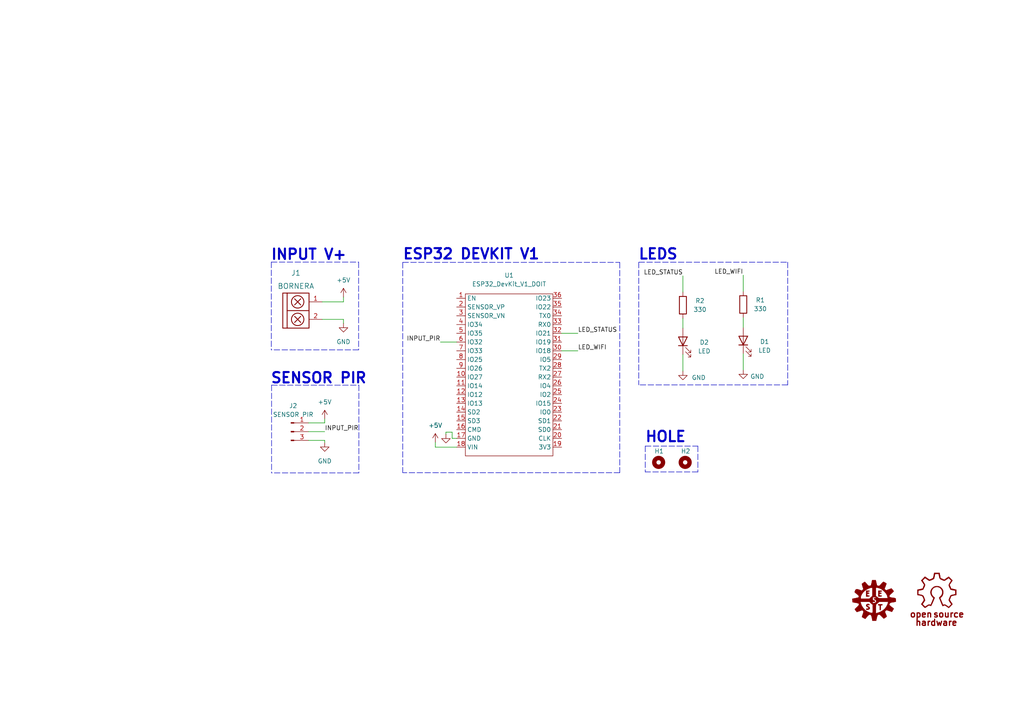
<source format=kicad_sch>
(kicad_sch (version 20230121) (generator eeschema)
  (paper "A4")
  (title_block (title "Alarma-WIFI") (date "2023-01-22") (rev "2.0") (company "E.E.S.T. N°5") (comment 1 "Autor: Dante Figueroa"))
  (lib_symbols
    (symbol "Connector:Conn_01x03_Male" (pin_names (offset 1.016) hide)
      (property "Reference" "J" (at 0 5.08 0))
      (property "Value" "Conn_01x03_Male" (at 0 -5.08 0))
      (symbol "Conn_01x03_Male_1_1"
        (polyline (pts (xy 1.27 -2.54) (xy 0.8636 -2.54)) (stroke (width 0.1524)))
        (polyline (pts (xy 1.27 0) (xy 0.8636 0)) (stroke (width 0.1524)))
        (polyline (pts (xy 1.27 2.54) (xy 0.8636 2.54)) (stroke (width 0.1524)))
        (rectangle (start 0.8636 -2.413) (end 0 -2.667) (stroke (width 0.1524)) (fill (type outline)))
        (rectangle (start 0.8636 0.127) (end 0 -0.127) (stroke (width 0.1524)) (fill (type outline)))
        (rectangle (start 0.8636 2.667) (end 0 2.413) (stroke (width 0.1524)) (fill (type outline)))
        (pin passive line (at 5.08 2.54 180) (length 3.81) (name "Pin_1") (number "1"))
        (pin passive line (at 5.08 0 180) (length 3.81) (name "Pin_2") (number "2"))
        (pin passive line (at 5.08 -2.54 180) (length 3.81) (name "Pin_3") (number "3"))
      )
    )
    (symbol "Device:LED" (pin_numbers hide) (pin_names (offset 1.016) hide)
      (property "Reference" "D" (at 0 2.54 0))
      (property "Value" "LED" (at 0 -2.54 0))
      (symbol "LED_0_1"
        (polyline (pts (xy -1.27 -1.27) (xy -1.27 1.27)) (stroke (width 0.254)))
        (polyline (pts (xy -1.27 0) (xy 1.27 0)))
        (polyline (pts (xy 1.27 -1.27) (xy 1.27 1.27) (xy -1.27 0) (xy 1.27 -1.27)) (stroke (width 0.254)))
        (polyline (pts (xy -3.048 -0.762) (xy -4.572 -2.286) (xy -3.81 -2.286) (xy -4.572 -2.286) (xy -4.572 -1.524)))
        (polyline (pts (xy -1.778 -0.762) (xy -3.302 -2.286) (xy -2.54 -2.286) (xy -3.302 -2.286) (xy -3.302 -1.524)))
      )
      (symbol "LED_1_1"
        (pin passive line (at -3.81 0 0) (length 2.54) (name "K") (number "1"))
        (pin passive line (at 3.81 0 180) (length 2.54) (name "A") (number "2"))
      )
    )
    (symbol "Device:R" (pin_numbers hide) (pin_names (offset 0))
      (property "Reference" "R" (at 2.032 0 90))
      (property "Value" "R" (at 0 0 90))
      (symbol "R_0_1"
        (rectangle (start -1.016 -2.54) (end 1.016 2.54) (stroke (width 0.254)))
      )
      (symbol "R_1_1"
        (pin passive line (at 0 3.81 270) (length 1.27) (name "~") (number "1"))
        (pin passive line (at 0 -3.81 90) (length 1.27) (name "~") (number "2"))
      )
    )
    (symbol "EESTN5-v2:ESP32_DevKit_V1_DOIT"
      (property "Reference" "U" (at -11.43 34.29 0))
      (property "Value" "ESP32_DevKit_V1_DOIT" (at 11.43 34.29 0))
      (symbol "ESP32_DevKit_V1_DOIT_0_0"
        (pin bidirectional line (at 15.24 25.4 180) (length 2.54) (name "TX0") (number "34"))
        (pin bidirectional line (at 15.24 27.94 180) (length 2.54) (name "IO22") (number "35"))
        (pin bidirectional line (at 15.24 30.48 180) (length 2.54) (name "IO23") (number "36"))
      )
      (symbol "ESP32_DevKit_V1_DOIT_0_1"
        (rectangle (start -12.7 31.75) (end 12.7 -15.24))
      )
      (symbol "ESP32_DevKit_V1_DOIT_1_1"
        (pin input line (at -15.24 30.48 0) (length 2.54) (name "EN") (number "1"))
        (pin bidirectional line (at -15.24 7.62 0) (length 2.54) (name "IO27") (number "10"))
        (pin bidirectional line (at -15.24 5.08 0) (length 2.54) (name "IO14") (number "11"))
        (pin bidirectional line (at -15.24 2.54 0) (length 2.54) (name "IO12") (number "12"))
        (pin bidirectional line (at -15.24 0 0) (length 2.54) (name "IO13") (number "13"))
        (pin bidirectional line (at -15.24 -2.54 0) (length 2.54) (name "SD2") (number "14"))
        (pin bidirectional line (at -15.24 -5.08 0) (length 2.54) (name "SD3") (number "15"))
        (pin bidirectional line (at -15.24 -7.62 0) (length 2.54) (name "CMD") (number "16"))
        (pin power_in line (at -15.24 -10.16 0) (length 2.54) (name "GND") (number "17"))
        (pin power_in line (at -15.24 -12.7 0) (length 2.54) (name "VIN") (number "18"))
        (pin power_in line (at 15.24 -12.7 180) (length 2.54) (name "3V3") (number "19"))
        (pin input line (at -15.24 27.94 0) (length 2.54) (name "SENSOR_VP") (number "2"))
        (pin bidirectional line (at 15.24 -10.16 180) (length 2.54) (name "CLK") (number "20"))
        (pin bidirectional line (at 15.24 -7.62 180) (length 2.54) (name "SD0") (number "21"))
        (pin bidirectional line (at 15.24 -5.08 180) (length 2.54) (name "SD1") (number "22"))
        (pin bidirectional line (at 15.24 -2.54 180) (length 2.54) (name "IO0") (number "23"))
        (pin bidirectional line (at 15.24 0 180) (length 2.54) (name "IO15") (number "24"))
        (pin bidirectional line (at 15.24 2.54 180) (length 2.54) (name "IO2") (number "25"))
        (pin bidirectional line (at 15.24 5.08 180) (length 2.54) (name "IO4") (number "26"))
        (pin bidirectional line (at 15.24 7.62 180) (length 2.54) (name "RX2") (number "27"))
        (pin bidirectional line (at 15.24 10.16 180) (length 2.54) (name "TX2") (number "28"))
        (pin bidirectional line (at 15.24 12.7 180) (length 2.54) (name "IO5") (number "29"))
        (pin input line (at -15.24 25.4 0) (length 2.54) (name "SENSOR_VN") (number "3"))
        (pin bidirectional line (at 15.24 15.24 180) (length 2.54) (name "IO18") (number "30"))
        (pin bidirectional line (at 15.24 17.78 180) (length 2.54) (name "IO19") (number "31"))
        (pin bidirectional line (at 15.24 20.32 180) (length 2.54) (name "IO21") (number "32"))
        (pin bidirectional line (at 15.24 22.86 180) (length 2.54) (name "RX0") (number "33"))
        (pin input line (at -15.24 22.86 0) (length 2.54) (name "IO34") (number "4"))
        (pin input line (at -15.24 20.32 0) (length 2.54) (name "IO35") (number "5"))
        (pin bidirectional line (at -15.24 17.78 0) (length 2.54) (name "IO32") (number "6"))
        (pin bidirectional line (at -15.24 15.24 0) (length 2.54) (name "IO33") (number "7"))
        (pin bidirectional line (at -15.24 12.7 0) (length 2.54) (name "IO25") (number "8"))
        (pin bidirectional line (at -15.24 10.16 0) (length 2.54) (name "IO26") (number "9"))
      )
    )
    (symbol "EESTN5-v2:TB_1X2" (pin_names (offset 1.016))
      (property "Reference" "J" (at 0 7.62 0))
      (property "Value" "TB_1X2" (at 1.27 -7.62 0))
      (symbol "TB_1X2_0_1"
        (rectangle (start -2.54 5.08) (end 5.08 -5.08) (stroke (width 0.254)))
        (polyline (pts (xy -1.27 0) (xy 5.08 0)) (stroke (width 0.254)))
        (polyline (pts (xy -1.27 5.08) (xy -1.27 -5.08)) (stroke (width 0.254)))
        (polyline (pts (xy 0.889 -3.429) (xy 2.667 -1.651)) (stroke (width 0.254)))
        (polyline (pts (xy 0.889 -1.651) (xy 2.667 -3.429)) (stroke (width 0.254)))
        (polyline (pts (xy 0.889 1.651) (xy 2.667 3.429)) (stroke (width 0.254)))
        (polyline (pts (xy 0.889 3.429) (xy 2.667 1.651)) (stroke (width 0.254)))
        (circle (center 1.778 -2.54) (radius 1.8034) (stroke (width 0.254)))
        (circle (center 1.778 2.54) (radius 1.8034) (stroke (width 0.254)))
      )
      (symbol "TB_1X2_1_1"
        (pin input line (at 8.89 2.54 180) (length 3.81) (name "~") (number "1"))
        (pin input line (at 8.89 -2.54 180) (length 3.81) (name "~") (number "2"))
      )
    )
    (symbol "EESTN5:LOGO_ROTULO" (pin_names (offset 1.016))
      (symbol "LOGO_ROTULO_0_0"
        (polyline (pts (xy 1.8034 -2.921) (xy 1.8796 -2.8194) (xy 1.905 -2.6162) (xy 1.9304 -2.2352) (xy 1.9304 -1.7272) (xy 1.9558 -1.5748) (xy 2.032 -1.524) (xy 2.1844 -1.524) (xy 2.3368 -1.4732) (xy 2.4384 -1.3716) (xy 2.413 -1.3208) (xy 2.3368 -1.2446) (xy 2.1336 -1.2192) (xy 1.2954 -1.2192) (xy 1.143 -1.27) (xy 1.1176 -1.3716) (xy 1.143 -1.4478) (xy 1.3716 -1.524) (xy 1.4224 -1.524) (xy 1.524 -1.5494) (xy 1.5748 -1.6256) (xy 1.6002 -1.8542) (xy 1.6256 -2.2352) (xy 1.6256 -2.7432) (xy 1.6764 -2.8956) (xy 1.778 -2.9464) (xy 1.8034 -2.921)) (stroke (width 0.0254)) (fill (type outline)))
        (polyline (pts (xy -1.5748 1.0414) (xy -1.397 1.0922) (xy -1.3208 1.1684) (xy -1.3462 1.1938) (xy -1.4224 1.2954) (xy -1.6764 1.3208) (xy -1.905 1.3462) (xy -2.0066 1.4224) (xy -2.032 1.5748) (xy -2.032 1.7018) (xy -1.9558 1.8034) (xy -1.7272 1.8288) (xy -1.524 1.8796) (xy -1.4224 1.9812) (xy -1.4986 2.1082) (xy -1.7272 2.1336) (xy -1.9558 2.1844) (xy -2.032 2.286) (xy -2.032 2.3114) (xy -1.9558 2.413) (xy -1.6764 2.4384) (xy -1.651 2.4638) (xy -1.4224 2.4892) (xy -1.3208 2.5908) (xy -1.3716 2.6924) (xy -1.524 2.7432) (xy -2.3368 2.7432) (xy -2.3368 1.016) (xy -1.8288 1.016) (xy -1.5748 1.0414)) (stroke (width 0.0254)) (fill (type outline)))
        (polyline (pts (xy 1.9812 1.0414) (xy 2.159 1.0922) (xy 2.2352 1.1684) (xy 2.2098 1.1938) (xy 2.1336 1.2954) (xy 1.8796 1.3208) (xy 1.651 1.3462) (xy 1.5494 1.4224) (xy 1.524 1.5748) (xy 1.524 1.7018) (xy 1.6002 1.8034) (xy 1.8288 1.8288) (xy 2.032 1.8796) (xy 2.1336 1.9812) (xy 2.0574 2.1082) (xy 1.8288 2.1336) (xy 1.6002 2.1844) (xy 1.524 2.286) (xy 1.524 2.3114) (xy 1.6002 2.413) (xy 1.8796 2.4384) (xy 1.905 2.4638) (xy 2.1336 2.4892) (xy 2.2352 2.5908) (xy 2.1844 2.6924) (xy 2.032 2.7432) (xy 1.2192 2.7432) (xy 1.2192 1.016) (xy 1.7272 1.016) (xy 1.9812 1.0414)) (stroke (width 0.0254)) (fill (type outline)))
        (polyline (pts (xy -1.6256 -2.7686) (xy -1.4224 -2.667) (xy -1.27 -2.4892) (xy -1.2446 -2.2606) (xy -1.397 -2.0066) (xy -1.778 -1.778) (xy -1.905 -1.6764) (xy -2.032 -1.524) (xy -2.032 -1.4478) (xy -1.9304 -1.4224) (xy -1.4732 -1.4732) (xy -1.3716 -1.4478) (xy -1.3462 -1.3208) (xy -1.4732 -1.1684) (xy -1.7272 -1.1176) (xy -1.9812 -1.143) (xy -2.1844 -1.27) (xy -2.2606 -1.3208) (xy -2.3368 -1.5748) (xy -2.2352 -1.8288) (xy -1.9304 -2.032) (xy -1.6764 -2.2098) (xy -1.6002 -2.3368) (xy -1.6764 -2.4384) (xy -1.9558 -2.4638) (xy -1.9812 -2.4638) (xy -2.2606 -2.4892) (xy -2.3622 -2.6162) (xy -2.286 -2.7686) (xy -2.159 -2.8194) (xy -1.905 -2.8194) (xy -1.6256 -2.7686)) (stroke (width 0.0254)) (fill (type outline)))
        (polyline (pts (xy 0.762 -5.1816) (xy 0.8128 -4.953) (xy 0.9144 -4.6228) (xy 0.9906 -4.445) (xy 1.0922 -4.318) (xy 1.2446 -4.2418) (xy 1.3716 -4.2164) (xy 1.524 -4.2164) (xy 1.6764 -4.2926) (xy 1.8796 -4.4704) (xy 2.794 -5.3848) (xy 3.2258 -5.1054) (xy 3.3782 -5.0038) (xy 3.556 -4.8514) (xy 3.6576 -4.7498) (xy 3.6068 -4.6482) (xy 3.5306 -4.4196) (xy 3.4036 -4.0894) (xy 3.302 -3.8862) (xy 3.175 -3.5814) (xy 3.1496 -3.3782) (xy 3.2004 -3.2258) (xy 3.429 -2.9972) (xy 3.556 -2.9464) (xy 3.7084 -2.9718) (xy 3.9624 -3.0226) (xy 4.3688 -3.1496) (xy 5.1562 -3.429) (xy 5.4102 -2.9718) (xy 5.5118 -2.8194) (xy 5.6388 -2.5908) (xy 5.6896 -2.4892) (xy 5.6642 -2.4892) (xy 5.5626 -2.3622) (xy 5.3086 -2.1844) (xy 5.0038 -1.9558) (xy 4.6736 -1.6764) (xy 4.445 -1.4732) (xy 4.3942 -1.3208) (xy 4.4196 -1.27) (xy 4.4704 -1.0922) (xy 4.572 -0.9144) (xy 4.7752 -0.762) (xy 5.0292 -0.7112) (xy 5.1308 -0.6858) (xy 5.4356 -0.6604) (xy 5.7658 -0.5842) (xy 6.2992 -0.4826) (xy 6.2992 0.0254) (xy 6.2738 0.0508) (xy 6.2738 0.3048) (xy 6.223 0.4572) (xy 6.096 0.5588) (xy 5.842 0.6096) (xy 5.4356 0.6604) (xy 5.1054 0.7112) (xy 4.7752 0.7874) (xy 4.572 0.8382) (xy 4.4704 0.9398) (xy 4.4196 1.0922) (xy 4.4196 1.2446) (xy 4.5212 1.397) (xy 4.699 1.6256) (xy 5.0292 1.905) (xy 5.1562 2.0066) (xy 5.6134 2.4638) (xy 5.6642 2.54) (xy 5.6642 2.5908) (xy 5.5372 2.7686) (xy 5.334 2.9972) (xy 5.0292 3.3782) (xy 3.4544 2.8194) (xy 3.2258 3.0226) (xy 2.9972 3.2512) (xy 3.302 3.9878) (xy 3.3274 4.0894) (xy 3.4544 4.4196) (xy 3.556 4.6736) (xy 3.5814 4.7752) (xy 3.5052 4.8514) (xy 3.302 4.9784) (xy 3.048 5.1308) (xy 2.8448 5.2324) (xy 2.7178 5.2832) (xy 2.6924 5.2832) (xy 2.5908 5.2324) (xy 2.4384 5.1054) (xy 2.2098 4.8768) (xy 1.8796 4.4958) (xy 1.524 4.1402) (xy 1.3716 4.0894) (xy 1.143 4.1148) (xy 0.889 4.2164) (xy 0.7874 4.3434) (xy 0.7366 4.5974) (xy 0.635 5.0038) (xy 0.4572 5.7912) (xy -0.5842 5.7912) (xy -0.7112 5.1054) (xy -0.8128 4.699) (xy -0.889 4.4196) (xy -0.9652 4.2418) (xy -1.0922 4.1656) (xy -1.2954 4.1148) (xy -1.524 4.1148) (xy -1.6764 4.191) (xy -1.8796 4.3688) (xy -2.1336 4.6736) (xy -2.6924 5.2832) (xy -3.0988 5.0546) (xy -3.2258 4.953) (xy -3.4544 4.8006) (xy -3.556 4.6736) (xy -3.5306 4.5212) (xy -3.4544 4.2164) (xy -3.3528 3.8608) (xy -3.1242 3.175) (xy -3.3528 2.9464) (xy -3.556 2.7178) (xy -4.0386 2.8956) (xy -4.572 3.0734) (xy -4.9022 3.1496) (xy -5.0546 3.1496) (xy -5.2324 3.1242) (xy -5.3594 3.0226) (xy -5.5118 2.7432) (xy -5.5626 2.6162) (xy -5.6388 2.3876) (xy -5.6388 2.2606) (xy -5.5118 2.1336) (xy -5.2832 1.9558) (xy -4.9784 1.7018) (xy -4.7752 1.524) (xy -4.5466 1.3208) (xy -4.4704 1.143) (xy -4.445 0.9906) (xy -4.4704 0.889) (xy -4.5212 0.8128) (xy -4.6228 0.7366) (xy -4.826 0.6858) (xy -5.1562 0.6096) (xy -5.6388 0.508) (xy -6.1722 0.4064) (xy -3.8608 0.4064) (xy -3.8608 0.7874) (xy -3.8354 1.1176) (xy -3.6068 1.6256) (xy -3.2512 2.159) (xy -2.7686 2.6416) (xy -2.6416 2.7432) (xy -2.159 3.048) (xy -1.651 3.3274) (xy -1.1684 3.5052) (xy -0.762 3.556) (xy -0.508 3.556) (xy -0.508 1.1938) (xy -0.5588 1.143) (xy 0.508 1.143) (xy 0.508 3.429) (xy 0.5588 3.5814) (xy 0.6096 3.6322) (xy 0.6858 3.6322) (xy 0.9144 3.5814) (xy 1.1938 3.5052) (xy 1.3462 3.4798) (xy 1.9304 3.2512) (xy 2.4892 2.8702) (xy 2.9972 2.413) (xy 3.429 1.905) (xy 3.7338 1.3716) (xy 3.8608 0.8636) (xy 3.9116 0.5588) (xy 2.5654 0.5334) (xy 2.0066 0.5334) (xy 1.5748 0.5588) (xy 1.2954 0.5842) (xy 1.2192 0.6096) (xy 1.0668 0.762) (xy 0.8636 0.9144) (xy 0.508 1.143) (xy -0.5588 1.143) (xy -0.9398 0.8128) (xy -1.3716 0.4064) (xy -3.8608 0.4064) (xy -6.1722 0.4064) (xy -6.3246 0.381) (xy -6.2992 -0.127) (xy -6.2738 -0.508) (xy -3.9878 -0.508) (xy -1.3208 -0.508) (xy -1.1938 -0.6604) (xy -0.508 -0.6604) (xy -0.4318 -0.5588) (xy -0.127 -0.5334) (xy 0.0762 -0.5334) (xy 0.2032 -0.4826) (xy 0.254 -0.3556) (xy 0.2286 -0.2794) (xy 0.1524 -0.1524) (xy -0.0762 -0.1016) (xy -0.2032 -0.1016) (xy -0.3556 -0.0508) (xy -0.4064 0.1016) (xy -0.4064 0.8128) (xy 0.2286 0.8128) (xy 0.4318 0.762) (xy 0.508 0.6604) (xy 0.4318 0.5588) (xy 0.2032 0.508) (xy 0 0.4826) (xy -0.1016 0.4064) (xy -0.0254 0.2794) (xy 0.2286 0.1524) (xy 0.3556 0.127) (xy 0.508 -0.0254) (xy 0.5842 -0.254) (xy 0.5842 -0.2794) (xy 0.5588 -0.5588) (xy 0.381 -0.7366) (xy 0.3302 -0.762) (xy 0.0508 -0.8636) (xy -0.2286 -0.889) (xy -0.4318 -0.8128) (xy -0.508 -0.6604) (xy -1.1938 -0.6604) (xy -1.016 -0.8636) (xy -0.9144 -0.9652) (xy -0.7112 -1.143) (xy -0.5588 -1.2192) (xy -0.508 -1.2192) (xy -0.4572 -1.3462) (xy -0.4318 -1.5494) (xy -0.4318 -1.9304) (xy -0.4318 -2.032) (xy 0.508 -2.032) (xy 0.5334 -1.5748) (xy 0.5588 -1.2954) (xy 0.5842 -1.2192) (xy 0.6604 -1.1938) (xy 0.8382 -1.0414) (xy 1.0922 -0.8636) (xy 1.4732 -0.508) (xy 4.064 -0.508) (xy 3.9878 -0.8382) (xy 3.9878 -0.889) (xy 3.81 -1.3462) (xy 3.556 -1.8542) (xy 3.2258 -2.3368) (xy 2.921 -2.667) (xy 2.6924 -2.8448) (xy 2.3114 -3.1242) (xy 1.9304 -3.3274) (xy 1.6256 -3.4798) (xy 1.2192 -3.6322) (xy 0.9144 -3.7338) (xy 0.508 -3.8354) (xy 0.508 -2.032) (xy -0.4318 -2.032) (xy -0.4064 -2.4892) (xy -0.4064 -2.8448) (xy -0.4318 -3.302) (xy -0.4572 -3.5814) (xy -0.5588 -3.7084) (xy -0.7366 -3.7592) (xy -0.9906 -3.683) (xy -1.3716 -3.5814) (xy -1.9304 -3.3528) (xy -2.6162 -2.8956) (xy -3.175 -2.286) (xy -3.6322 -1.5748) (xy -3.9116 -0.7874) (xy -3.9878 -0.508) (xy -6.2738 -0.508) (xy -6.2484 -0.635) (xy -5.3848 -0.7874) (xy -5.0546 -0.8382) (xy -4.7498 -0.9144) (xy -4.572 -0.9652) (xy -4.4704 -1.0668) (xy -4.4196 -1.1938) (xy -4.4196 -1.3716) (xy -4.4958 -1.524) (xy -4.6736 -1.7272) (xy -4.9784 -2.032) (xy -5.08 -2.1082) (xy -5.5372 -2.5654) (xy -5.6134 -2.6924) (xy -5.588 -2.7178) (xy -5.4864 -2.8956) (xy -5.3086 -3.1242) (xy -5.0292 -3.4798) (xy -4.2164 -3.2004) (xy -3.8608 -3.0734) (xy -3.6068 -2.9972) (xy -3.429 -2.9972) (xy -3.3274 -3.0226) (xy -3.2258 -3.1242) (xy -3.1496 -3.2258) (xy -3.0988 -3.3274) (xy -3.0988 -3.4798) (xy -3.175 -3.7084) (xy -3.302 -4.1148) (xy -3.3528 -4.2418) (xy -3.4544 -4.572) (xy -3.5306 -4.826) (xy -3.5306 -4.9276) (xy -3.5052 -4.953) (xy -3.302 -5.0546) (xy -3.048 -5.207) (xy -2.5654 -5.461) (xy -2.0574 -4.826) (xy -1.7526 -4.4958) (xy -1.524 -4.318) (xy -1.3462 -4.2418) (xy -1.1684 -4.2418) (xy -1.016 -4.2926) (xy -0.9144 -4.3942) (xy -0.8128 -4.5974) (xy -0.7112 -4.9276) (xy -0.6096 -5.4102) (xy -0.508 -5.9944) (xy 0.5842 -5.9944) (xy 0.762 -5.1816)) (stroke (width 0.0254)) (fill (type outline)))
      )
    )
    (symbol "EESTN5:OSHWA" (pin_names (offset 1.016))
      (symbol "OSHWA_0_0"
        (polyline (pts (xy 5.7912 2.667) (xy 5.5372 2.7178) (xy 5.4864 2.7432) (xy 5.4864 1.8796) (xy 5.4864 1.8288) (xy 5.4864 1.6002) (xy 5.4864 1.4732) (xy 5.4102 1.3716) (xy 5.2832 1.3208) (xy 5.0038 1.27) (xy 4.6228 1.1938) (xy 4.572 1.1684) (xy 4.318 1.1176) (xy 4.1656 1.0414) (xy 4.0386 0.889) (xy 3.937 0.6604) (xy 3.8354 0.4064) (xy 3.683 0.0762) (xy 3.6068 -0.1778) (xy 3.5814 -0.3556) (xy 3.6322 -0.5334) (xy 3.7592 -0.7366) (xy 3.9116 -0.9906) (xy 4.318 -1.5494) (xy 3.937 -1.9304) (xy 3.5814 -2.3114) (xy 3.048 -1.9558) (xy 2.794 -1.778) (xy 2.5654 -1.651) (xy 2.3876 -1.6256) (xy 2.2098 -1.6256) (xy 1.905 -1.6764) (xy 1.4986 -0.7112) (xy 1.1176 0.2286) (xy 1.397 0.508) (xy 1.5748 0.6604) (xy 1.8034 1.016) (xy 1.9304 1.397) (xy 1.9812 1.8542) (xy 1.9812 1.9304) (xy 1.9558 2.2606) (xy 1.905 2.54) (xy 1.7526 2.8194) (xy 1.4732 3.175) (xy 1.0668 3.5052) (xy 0.5842 3.683) (xy 0.1016 3.7338) (xy -0.4064 3.6576) (xy -0.889 3.429) (xy -1.2954 3.048) (xy -1.3462 2.9972) (xy -1.6256 2.5146) (xy -1.7526 2.0066) (xy -1.7018 1.4986) (xy -1.4986 0.9906) (xy -1.143 0.508) (xy -0.8636 0.2032) (xy -1.2446 -0.7366) (xy -1.651 -1.6764) (xy -1.9558 -1.6256) (xy -2.1082 -1.6256) (xy -2.286 -1.651) (xy -2.4892 -1.7526) (xy -2.7686 -1.9304) (xy -3.2766 -2.2606) (xy -3.6576 -1.905) (xy -4.0132 -1.524) (xy -3.6322 -0.9652) (xy -3.2766 -0.4064) (xy -3.429 0.0254) (xy -3.4544 0.1016) (xy -3.6068 0.508) (xy -3.7338 0.7874) (xy -3.8862 0.9906) (xy -4.0894 1.0922) (xy -4.3688 1.1938) (xy -4.7752 1.27) (xy -5.2578 1.3716) (xy -5.2324 1.905) (xy -5.207 2.413) (xy -4.5212 2.54) (xy -3.8608 2.667) (xy -3.5814 3.2512) (xy -3.556 3.302) (xy -3.4036 3.6068) (xy -3.3274 3.8862) (xy -3.2766 4.0386) (xy -3.3274 4.2164) (xy -3.4544 4.445) (xy -3.6322 4.7244) (xy -3.6576 4.7498) (xy -3.81 5.0292) (xy -3.937 5.207) (xy -3.9878 5.3086) (xy -3.9878 5.334) (xy -3.8862 5.461) (xy -3.7338 5.6388) (xy -3.5306 5.8166) (xy -3.3782 5.969) (xy -3.2766 6.0198) (xy -3.1496 5.9436) (xy -2.9464 5.8166) (xy -2.6924 5.6388) (xy -2.6162 5.588) (xy -2.3622 5.4102) (xy -2.159 5.3086) (xy -2.032 5.2578) (xy -1.8796 5.3086) (xy -1.6256 5.3848) (xy -1.3208 5.5118) (xy -1.2446 5.5372) (xy -0.9144 5.6896) (xy -0.7112 5.842) (xy -0.635 5.969) (xy -0.6096 6.096) (xy -0.5588 6.3754) (xy -0.4826 6.6802) (xy -0.381 7.239) (xy 0.127 7.239) (xy 0.635 7.239) (xy 0.7366 6.731) (xy 0.7874 6.477) (xy 0.8636 6.1722) (xy 0.9398 5.9436) (xy 1.0414 5.8166) (xy 1.1684 5.715) (xy 1.3462 5.6134) (xy 1.4478 5.5626) (xy 1.778 5.4356) (xy 2.032 5.334) (xy 2.1844 5.2832) (xy 2.3114 5.2832) (xy 2.4638 5.334) (xy 2.667 5.4356) (xy 2.9464 5.6388) (xy 3.556 6.0452) (xy 3.937 5.6896) (xy 4.2926 5.3086) (xy 3.9116 4.7498) (xy 3.8354 4.6228) (xy 3.683 4.318) (xy 3.5814 4.0894) (xy 3.6068 3.8354) (xy 3.683 3.5306) (xy 3.8862 3.1496) (xy 4.1148 2.667) (xy 4.7752 2.54) (xy 5.461 2.413) (xy 5.4864 1.8796) (xy 5.4864 2.7432) (xy 5.4102 2.7432) (xy 5.1054 2.8194) (xy 4.8006 2.8956) (xy 4.2926 2.9718) (xy 4.064 3.5306) (xy 3.81 4.0894) (xy 4.2418 4.7244) (xy 4.6736 5.3594) (xy 4.1148 5.9182) (xy 3.5814 6.4516) (xy 2.921 6.0198) (xy 2.286 5.5626) (xy 1.7526 5.7912) (xy 1.1938 6.0452) (xy 1.0922 6.5532) (xy 1.0668 6.8072) (xy 0.9906 7.0866) (xy 0.9652 7.3152) (xy 0.9144 7.5438) (xy 0.127 7.5438) (xy -0.6604 7.5438) (xy -0.762 6.9342) (xy -0.8128 6.6802) (xy -0.889 6.35) (xy -0.9652 6.1214) (xy -1.0922 5.9944) (xy -1.27 5.8928) (xy -1.524 5.7658) (xy -2.032 5.588) (xy -2.667 6.0198) (xy -3.3274 6.477) (xy -3.8608 5.9182) (xy -4.4196 5.3594) (xy -3.9878 4.7244) (xy -3.556 4.0894) (xy -3.7846 3.556) (xy -3.7846 3.5306) (xy -3.8862 3.2766) (xy -3.9878 3.0734) (xy -4.0132 2.9972) (xy -4.0386 2.9718) (xy -4.191 2.9464) (xy -4.445 2.8956) (xy -4.7752 2.8194) (xy -5.5118 2.6924) (xy -5.5118 1.905) (xy -5.5118 1.143) (xy -4.9022 1.016) (xy -4.8768 1.016) (xy -4.5466 0.9652) (xy -4.2926 0.889) (xy -4.1402 0.8382) (xy -4.1148 0.8128) (xy -4.0132 0.6604) (xy -3.8862 0.4318) (xy -3.7592 0.1524) (xy -3.683 -0.1016) (xy -3.6576 -0.3048) (xy -3.7084 -0.4572) (xy -3.8608 -0.6858) (xy -4.0386 -0.9652) (xy -4.4196 -1.524) (xy -3.8862 -2.0828) (xy -3.7846 -2.2098) (xy -3.556 -2.413) (xy -3.3782 -2.5654) (xy -3.3274 -2.6162) (xy -3.302 -2.6162) (xy -3.2004 -2.54) (xy -2.9972 -2.413) (xy -2.7178 -2.2352) (xy -2.5654 -2.1082) (xy -2.3368 -1.9558) (xy -2.1844 -1.905) (xy -2.0574 -1.905) (xy -1.905 -1.9304) (xy -1.7018 -2.0066) (xy -1.5748 -2.0574) (xy -1.5494 -2.032) (xy -1.4732 -1.8796) (xy -1.3462 -1.6256) (xy -1.1684 -1.27) (xy -0.9906 -0.8636) (xy -0.4826 0.3556) (xy -0.8382 0.6604) (xy -1.016 0.8128) (xy -1.27 1.2192) (xy -1.4224 1.651) (xy -1.4224 2.1082) (xy -1.2954 2.5146) (xy -1.0922 2.8956) (xy -0.762 3.2004) (xy -0.3556 3.4036) (xy 0.1524 3.4798) (xy 0.4826 3.429) (xy 0.9144 3.2766) (xy 1.27 2.9718) (xy 1.5494 2.5908) (xy 1.6764 2.159) (xy 1.6764 1.8288) (xy 1.6256 1.4478) (xy 1.4732 1.0922) (xy 1.1684 0.762) (xy 0.762 0.3556) (xy 1.2446 -0.8128) (xy 1.3208 -1.016) (xy 1.4732 -1.397) (xy 1.6256 -1.7272) (xy 1.7272 -1.9558) (xy 1.778 -2.0574) (xy 1.8796 -2.0828) (xy 2.032 -2.0066) (xy 2.1844 -1.905) (xy 2.3114 -1.8796) (xy 2.4892 -1.905) (xy 2.7178 -2.032) (xy 3.0226 -2.2352) (xy 3.5814 -2.6416) (xy 4.1402 -2.0828) (xy 4.6736 -1.524) (xy 4.2926 -0.9652) (xy 4.2164 -0.8636) (xy 4.064 -0.6096) (xy 3.937 -0.381) (xy 3.8862 -0.2794) (xy 3.8862 -0.254) (xy 3.937 -0.0762) (xy 4.0386 0.1778) (xy 4.1402 0.4572) (xy 4.2418 0.6858) (xy 4.318 0.7874) (xy 4.3434 0.8128) (xy 4.4958 0.8636) (xy 4.7498 0.9398) (xy 5.08 1.016) (xy 5.7912 1.143) (xy 5.7912 1.905) (xy 5.7912 2.667) (xy 5.7912 2.667)) (stroke (width 0.0254)) (fill (type outline)))
        (text "hardware" (at -0.0254 -6.858 0) (effects (font (size 1.778 1.778) bold)))
        (text "open" (at -4.445 -4.445 0) (effects (font (size 1.778 1.778) bold)))
        (text "source" (at 3.556 -4.445 0) (effects (font (size 1.778 1.778) bold)))
      )
    )
    (symbol "Mechanical:MountingHole" (pin_names (offset 1.016))
      (property "Reference" "H" (at 0 5.08 0))
      (property "Value" "MountingHole" (at 0 3.175 0))
      (symbol "MountingHole_0_1"
        (circle (center 0 0) (radius 1.27) (stroke (width 1.27)))
      )
    )
    (symbol "power:+5V" (power) (pin_names (offset 0))
      (property "Value" "+5V" (at 0 3.556 0))
      (symbol "+5V_0_1"
        (polyline (pts (xy -0.762 1.27) (xy 0 2.54)))
        (polyline (pts (xy 0 0) (xy 0 2.54)))
        (polyline (pts (xy 0 2.54) (xy 0.762 1.27)))
      )
      (symbol "+5V_1_1"
        (pin power_in line (at 0 0 90) (length 0) hide (name "+5V") (number "1"))
      )
    )
    (symbol "power:GND" (power) (pin_names (offset 0))
      (property "Value" "GND" (at 0 -3.81 0))
      (symbol "GND_0_1"
        (polyline (pts (xy 0 0) (xy 0 -1.27) (xy 1.27 -1.27) (xy 0 -2.54) (xy -1.27 -1.27) (xy 0 -1.27)))
      )
      (symbol "GND_1_1"
        (pin power_in line (at 0 0 270) (length 0) hide (name "GND") (number "1"))
      )
    )
  )
  (wire (pts (xy 215.5698 92.1258) (xy 215.5698 94.9706)))
  (polyline (pts (xy 104.013 76.0222) (xy 104.013 101.473)) (stroke (width 0) (type dash)))
  (wire (pts (xy 89.4842 125.1966) (xy 94.1832 125.1966)))
  (polyline (pts (xy 187.1472 129.3876) (xy 202.4126 129.3876)) (stroke (width 0) (type dash)))
  (wire (pts (xy 131.1402 125.349) (xy 129.3368 125.349)))
  (wire (pts (xy 162.9156 101.7524) (xy 167.6146 101.7524)))
  (wire (pts (xy 215.5698 79.8068) (xy 215.5698 84.5058)))
  (wire (pts (xy 126.2634 128.2954) (xy 126.2634 129.6924)))
  (wire (pts (xy 127.7366 99.2124) (xy 132.4356 99.2124)))
  (wire (pts (xy 215.5698 102.5906) (xy 215.5698 107.2896)))
  (polyline (pts (xy 202.4126 129.3876) (xy 202.4126 136.8806)) (stroke (width 0) (type dash)))
  (polyline (pts (xy 228.473 76.0476) (xy 228.473 111.633)) (stroke (width 0) (type dash)))
  (polyline (pts (xy 187.1472 129.3876) (xy 187.1472 136.8806)) (stroke (width 0) (type dash)))
  (wire (pts (xy 198.0692 107.6198) (xy 198.0692 102.7938)))
  (polyline (pts (xy 185.293 76.0476) (xy 228.473 76.0476)) (stroke (width 0) (type dash)))
  (polyline (pts (xy 78.6892 76.0222) (xy 78.6892 101.473)) (stroke (width 0) (type dash)))
  (wire (pts (xy 129.3368 125.349) (xy 129.3368 125.9332)))
  (wire (pts (xy 94.1832 128.3716) (xy 94.1832 127.7366)))
  (wire (pts (xy 94.1832 127.7366) (xy 89.4842 127.7366)))
  (polyline (pts (xy 116.8146 76.0984) (xy 179.7558 76.0984)) (stroke (width 0) (type dash)))
  (polyline (pts (xy 78.7654 111.7092) (xy 78.7654 137.16)) (stroke (width 0) (type dash)))
  (wire (pts (xy 131.1402 127.1524) (xy 131.1402 125.349)))
  (polyline (pts (xy 104.0892 137.16) (xy 78.7654 137.16)) (stroke (width 0) (type dash)))
  (wire (pts (xy 94.1832 121.5136) (xy 94.1832 122.6566)))
  (polyline (pts (xy 116.8146 76.0984) (xy 116.8146 137.1092)) (stroke (width 0) (type dash)))
  (polyline (pts (xy 179.7558 76.0984) (xy 179.7558 137.1092)) (stroke (width 0) (type dash)))
  (polyline (pts (xy 185.2676 76.0476) (xy 185.2676 111.633)) (stroke (width 0) (type dash)))
  (wire (pts (xy 162.9156 96.6724) (xy 167.6146 96.6724)))
  (polyline (pts (xy 179.7558 137.1092) (xy 116.8146 137.1092)) (stroke (width 0) (type dash)))
  (wire (pts (xy 198.0692 80.01) (xy 198.0692 84.709)))
  (wire (pts (xy 89.4842 122.6566) (xy 94.1832 122.6566)))
  (wire (pts (xy 99.6188 86.1568) (xy 99.6188 87.5538)))
  (wire (pts (xy 99.6188 93.7768) (xy 99.6188 92.6338)))
  (wire (pts (xy 198.0692 92.329) (xy 198.0692 95.1738)))
  (wire (pts (xy 132.4356 127.1524) (xy 131.1402 127.1524)))
  (wire (pts (xy 99.6188 92.6338) (xy 93.4466 92.6338)))
  (polyline (pts (xy 78.6892 76.0222) (xy 104.013 76.0222)) (stroke (width 0) (type dash)))
  (polyline (pts (xy 228.473 111.633) (xy 185.2676 111.633)) (stroke (width 0) (type dash)))
  (polyline (pts (xy 104.013 101.473) (xy 78.6892 101.473)) (stroke (width 0) (type dash)))
  (polyline (pts (xy 104.0892 111.7092) (xy 104.0892 137.16)) (stroke (width 0) (type dash)))
  (polyline (pts (xy 202.4126 136.8806) (xy 187.1472 136.8806)) (stroke (width 0) (type dash)))
  (wire (pts (xy 126.2634 129.6924) (xy 132.4356 129.6924)))
  (wire (pts (xy 99.6188 87.5538) (xy 93.4466 87.5538)))
  (polyline (pts (xy 78.7654 111.7092) (xy 104.0892 111.7092)) (stroke (width 0) (type dash)))
  (text "HOLE\n" (at 186.944 128.6002 0) (effects (font (size 3 3) (thickness 0.6) bold) (justify left bottom)))
  (text "ESP32 DEVKIT V1\n" (at 116.6368 75.6158 0) (effects (font (size 3 3) (thickness 0.6) bold) (justify left bottom)))
  (text "INPUT V+\n" (at 78.3844 75.7428 0) (effects (font (size 3 3) (thickness 0.6) bold) (justify left bottom)))
  (text "SENSOR PIR\n" (at 78.3336 111.5568 0) (effects (font (size 3 3) (thickness 0.6) bold) (justify left bottom)))
  (text "LEDS\n" (at 184.9882 75.6412 0) (effects (font (size 3 3) (thickness 0.6) bold) (justify left bottom)))
  (label "INPUT_PIR" (at 127.7366 99.2124 180))
  (label "INPUT_PIR" (at 94.1832 125.1966 0))
  (label "LED_WIFI" (at 167.6146 101.7524 0))
  (label "LED_WIFI" (at 215.5698 79.8068 180))
  (label "LED_STATUS" (at 198.0692 80.01 180))
  (label "LED_STATUS" (at 167.6146 96.6724 0))
  (symbol (lib_id "EESTN5-v2:TB_1X2") (at 84.5566 90.0938 0) (unit 1)
    (property "Reference" "J1" (at 85.8266 79.1718 0) (effects (font (size 1.524 1.524))))
    (property "Value" "BORNERA" (at 85.8266 82.9818 0) (effects (font (size 1.524 1.524))))
    (property "Footprint" "EESTN5-v2:BORNERA2_AZUL" (effects hide))
  )
  (symbol (lib_id "Mechanical:MountingHole") (at 198.7296 134.112 270) (unit 1)
    (property "Reference" "H2" (at 197.485 130.8608 90) (effects (justify left)))
    (property "Value" "MountingHole" (effects hide))
    (property "Footprint" "EESTN5-v2:hole_3mm" (effects hide))
  )
  (symbol (lib_id "Connector:Conn_01x03_Male") (at 84.4042 125.1966 0) (unit 1)
    (property "Reference" "J2" (at 85.0392 117.7036 0))
    (property "Value" "SENSOR PIR" (at 85.0392 120.2436 0))
    (property "Footprint" "Connector_PinSocket_2.54mm:PinSocket_1x03_P2.54mm_Vertical" (effects hide))
  )
  (symbol (lib_id "EESTN5:OSHWA") (at 271.6022 173.7106 0) (unit 1)
    (property "Reference" "#G2" (effects hide))
    (property "Value" "OSHWA" (effects hide))
  )
  (symbol (lib_id "power:GND") (at 94.1832 128.3716 0) (unit 1)
    (property "Reference" "#PWR06" (effects hide))
    (property "Value" "GND" (at 94.1832 133.731 0))
  )
  (symbol (lib_id "EESTN5-v2:ESP32_DevKit_V1_DOIT") (at 147.6756 116.9924 0) (unit 1)
    (property "Reference" "U1" (at 147.6756 79.8576 0))
    (property "Value" "ESP32_DevKit_V1_DOIT" (at 147.6756 82.3976 0))
    (property "Footprint" "EESTN5-v2:ESP32_DEVKIT_V1_DOIT" (effects hide))
  )
  (symbol (lib_id "EESTN5:LOGO_ROTULO") (at 253.5428 174.0408 0) (unit 1)
    (property "Reference" "#G1" (effects hide))
    (property "Value" "LOGO_ROTULO" (effects hide))
  )
  (symbol (lib_id "power:+5V") (at 99.6188 86.1568 0) (unit 1)
    (property "Reference" "#PWR01" (effects hide))
    (property "Value" "+5V" (at 99.6188 81.2546 0))
  )
  (symbol (lib_id "power:GND") (at 129.3368 125.9332 0) (unit 1)
    (property "Reference" "#PWR04" (effects hide))
    (property "Value" "GND" (effects hide))
  )
  (symbol (lib_id "Device:LED") (at 198.0692 98.9838 90) (unit 1)
    (property "Reference" "D2" (at 204.2668 99.3013 90))
    (property "Value" "LED" (at 204.2668 101.8413 90))
    (property "Footprint" "LED_THT:LED_D5.0mm" (effects hide))
  )
  (symbol (lib_id "Device:LED") (at 215.5698 98.7806 90) (unit 1)
    (property "Reference" "D1" (at 221.7674 99.0981 90))
    (property "Value" "LED" (at 221.7674 101.6381 90))
    (property "Footprint" "LED_THT:LED_D5.0mm" (effects hide))
  )
  (symbol (lib_id "power:+5V") (at 94.1832 121.5136 0) (unit 1)
    (property "Reference" "#PWR05" (effects hide))
    (property "Value" "+5V" (at 94.1832 116.6114 0))
  )
  (symbol (lib_id "Mechanical:MountingHole") (at 191.0334 134.112 270) (unit 1)
    (property "Reference" "H1" (at 189.7888 130.8608 90) (effects (justify left)))
    (property "Value" "MountingHole" (effects hide))
    (property "Footprint" "EESTN5-v2:hole_3mm" (effects hide))
  )
  (symbol (lib_id "power:GND") (at 99.6188 93.7768 0) (unit 1)
    (property "Reference" "#PWR02" (effects hide))
    (property "Value" "GND" (at 99.6188 99.1362 0))
  )
  (symbol (lib_id "power:+5V") (at 126.2634 128.2954 0) (unit 1)
    (property "Reference" "#PWR03" (effects hide))
    (property "Value" "+5V" (at 126.2634 123.3932 0))
  )
  (symbol (lib_id "Device:R") (at 215.5698 88.3158 0) (unit 1)
    (property "Reference" "R1" (at 220.5228 87.0458 0))
    (property "Value" "330" (at 220.5228 89.5858 0))
    (property "Footprint" "Resistor_THT:R_Axial_DIN0204_L3.6mm_D1.6mm_P7.62mm_Horizontal" (effects hide))
  )
  (symbol (lib_id "power:GND") (at 215.5698 107.2896 0) (unit 1)
    (property "Reference" "#PWR07" (effects hide))
    (property "Value" "GND" (at 217.6018 109.1946 0) (effects (justify left)))
  )
  (symbol (lib_id "Device:R") (at 198.0692 88.519 0) (unit 1)
    (property "Reference" "R2" (at 203.0222 87.249 0))
    (property "Value" "330" (at 203.0222 89.789 0))
    (property "Footprint" "Resistor_THT:R_Axial_DIN0204_L3.6mm_D1.6mm_P7.62mm_Horizontal" (effects hide))
  )
  (symbol (lib_id "power:GND") (at 198.0692 107.6198 0) (unit 1)
    (property "Reference" "#PWR08" (effects hide))
    (property "Value" "GND" (at 200.6092 109.5248 0) (effects (justify left)))
  )
)
</source>
